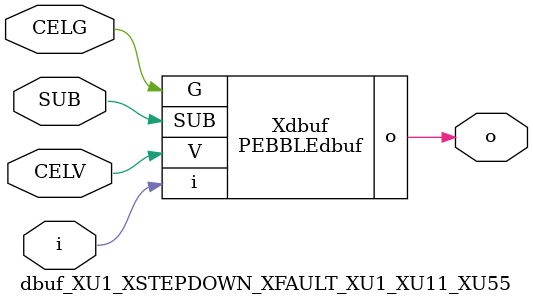
<source format=v>



module PEBBLEdbuf ( o, G, SUB, V, i );

  input V;
  input i;
  input G;
  output o;
  input SUB;
endmodule

//Celera Confidential Do Not Copy dbuf_XU1_XSTEPDOWN_XFAULT_XU1_XU11_XU55
//Celera Confidential Symbol Generator
//Digital Buffer
module dbuf_XU1_XSTEPDOWN_XFAULT_XU1_XU11_XU55 (CELV,CELG,i,o,SUB);
input CELV;
input CELG;
input i;
input SUB;
output o;

//Celera Confidential Do Not Copy dbuf
PEBBLEdbuf Xdbuf(
.V (CELV),
.i (i),
.o (o),
.SUB (SUB),
.G (CELG)
);
//,diesize,PEBBLEdbuf

//Celera Confidential Do Not Copy Module End
//Celera Schematic Generator
endmodule

</source>
